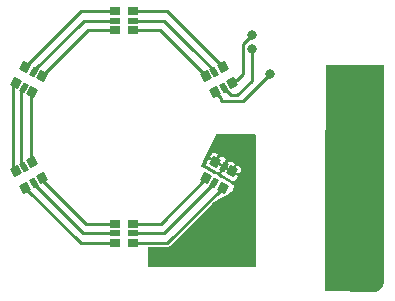
<source format=gbr>
%TF.GenerationSoftware,KiCad,Pcbnew,7.0.2.1-36-g582732918d-dirty-deb11*%
%TF.CreationDate,2023-05-26T13:12:15+00:00*%
%TF.ProjectId,pedalboard-led-ring,70656461-6c62-46f6-9172-642d6c65642d,rev?*%
%TF.SameCoordinates,Original*%
%TF.FileFunction,Copper,L1,Top*%
%TF.FilePolarity,Positive*%
%FSLAX46Y46*%
G04 Gerber Fmt 4.6, Leading zero omitted, Abs format (unit mm)*
G04 Created by KiCad (PCBNEW 7.0.2.1-36-g582732918d-dirty-deb11) date 2023-05-26 13:12:15*
%MOMM*%
%LPD*%
G01*
G04 APERTURE LIST*
G04 Aperture macros list*
%AMRotRect*
0 Rectangle, with rotation*
0 The origin of the aperture is its center*
0 $1 length*
0 $2 width*
0 $3 Rotation angle, in degrees counterclockwise*
0 Add horizontal line*
21,1,$1,$2,0,0,$3*%
G04 Aperture macros list end*
%TA.AperFunction,SMDPad,CuDef*%
%ADD10RotRect,0.830000X0.750000X300.000000*%
%TD*%
%TA.AperFunction,SMDPad,CuDef*%
%ADD11RotRect,0.830000X0.500000X300.000000*%
%TD*%
%TA.AperFunction,SMDPad,CuDef*%
%ADD12R,0.830000X0.750000*%
%TD*%
%TA.AperFunction,SMDPad,CuDef*%
%ADD13R,0.830000X0.500000*%
%TD*%
%TA.AperFunction,SMDPad,CuDef*%
%ADD14RotRect,0.830000X0.750000X120.000000*%
%TD*%
%TA.AperFunction,SMDPad,CuDef*%
%ADD15RotRect,0.830000X0.500000X120.000000*%
%TD*%
%TA.AperFunction,SMDPad,CuDef*%
%ADD16RotRect,0.830000X0.750000X60.000000*%
%TD*%
%TA.AperFunction,SMDPad,CuDef*%
%ADD17RotRect,0.830000X0.500000X60.000000*%
%TD*%
%TA.AperFunction,SMDPad,CuDef*%
%ADD18RotRect,0.830000X0.750000X240.000000*%
%TD*%
%TA.AperFunction,SMDPad,CuDef*%
%ADD19RotRect,0.830000X0.500000X240.000000*%
%TD*%
%TA.AperFunction,ViaPad*%
%ADD20C,0.800000*%
%TD*%
%TA.AperFunction,Conductor*%
%ADD21C,0.250000*%
%TD*%
G04 APERTURE END LIST*
D10*
%TO.P,D6,1,AG*%
%TO.N,Net-(D5-KG)*%
X88352150Y-54888340D03*
D11*
%TO.P,D6,2,AR*%
%TO.N,Net-(D5-KR)*%
X87655000Y-55290840D03*
D10*
%TO.P,D6,3,AB*%
%TO.N,Net-(D5-KB)*%
X86957850Y-55693340D03*
%TO.P,D6,4,KB*%
%TO.N,Net-(D6-KB)*%
X87747850Y-57061660D03*
D11*
%TO.P,D6,5,KR*%
%TO.N,Net-(D6-KR)*%
X88445000Y-56659160D03*
D10*
%TO.P,D6,6,KG*%
%TO.N,Net-(D6-KG)*%
X89142150Y-56256660D03*
%TD*%
D12*
%TO.P,D2,1,AG*%
%TO.N,Net-(D1-KG)*%
X80790000Y-69805000D03*
D13*
%TO.P,D2,2,AR*%
%TO.N,Net-(D1-KR)*%
X80790000Y-69000000D03*
D12*
%TO.P,D2,3,AB*%
%TO.N,Net-(D1-KB)*%
X80790000Y-68195000D03*
%TO.P,D2,4,KB*%
%TO.N,Net-(D2-KB)*%
X79210000Y-68195000D03*
D13*
%TO.P,D2,5,KR*%
%TO.N,Net-(D2-KR)*%
X79210000Y-69000000D03*
D12*
%TO.P,D2,6,KG*%
%TO.N,Net-(D2-KG)*%
X79210000Y-69805000D03*
%TD*%
%TO.P,D5,1,AG*%
%TO.N,Net-(D4-KG)*%
X79210000Y-50195000D03*
D13*
%TO.P,D5,2,AR*%
%TO.N,Net-(D4-KR)*%
X79210000Y-51000000D03*
D12*
%TO.P,D5,3,AB*%
%TO.N,Net-(D4-KB)*%
X79210000Y-51805000D03*
%TO.P,D5,4,KB*%
%TO.N,Net-(D5-KB)*%
X80790000Y-51805000D03*
D13*
%TO.P,D5,5,KR*%
%TO.N,Net-(D5-KR)*%
X80790000Y-51000000D03*
D12*
%TO.P,D5,6,KG*%
%TO.N,Net-(D5-KG)*%
X80790000Y-50195000D03*
%TD*%
D14*
%TO.P,D3,1,AG*%
%TO.N,Net-(D2-KG)*%
X71647850Y-65111660D03*
D15*
%TO.P,D3,2,AR*%
%TO.N,Net-(D2-KR)*%
X72345000Y-64709160D03*
D14*
%TO.P,D3,3,AB*%
%TO.N,Net-(D2-KB)*%
X73042150Y-64306660D03*
%TO.P,D3,4,KB*%
%TO.N,Net-(D3-KB)*%
X72252150Y-62938340D03*
D15*
%TO.P,D3,5,KR*%
%TO.N,Net-(D3-KR)*%
X71555000Y-63340840D03*
D14*
%TO.P,D3,6,KG*%
%TO.N,Net-(D3-KG)*%
X70857850Y-63743340D03*
%TD*%
D16*
%TO.P,D4,1,AG*%
%TO.N,Net-(D3-KG)*%
X70857850Y-56256660D03*
D17*
%TO.P,D4,2,AR*%
%TO.N,Net-(D3-KR)*%
X71555000Y-56659160D03*
D16*
%TO.P,D4,3,AB*%
%TO.N,Net-(D3-KB)*%
X72252150Y-57061660D03*
%TO.P,D4,4,KB*%
%TO.N,Net-(D4-KB)*%
X73042150Y-55693340D03*
D17*
%TO.P,D4,5,KR*%
%TO.N,Net-(D4-KR)*%
X72345000Y-55290840D03*
D16*
%TO.P,D4,6,KG*%
%TO.N,Net-(D4-KG)*%
X71647850Y-54888340D03*
%TD*%
D18*
%TO.P,D1,1,AG*%
%TO.N,VDC*%
X89142150Y-63743340D03*
D19*
%TO.P,D1,2,AR*%
X88445000Y-63340840D03*
D18*
%TO.P,D1,3,AB*%
X87747850Y-62938340D03*
%TO.P,D1,4,KB*%
%TO.N,Net-(D1-KB)*%
X86957850Y-64306660D03*
D19*
%TO.P,D1,5,KR*%
%TO.N,Net-(D1-KR)*%
X87655000Y-64709160D03*
D18*
%TO.P,D1,6,KG*%
%TO.N,Net-(D1-KG)*%
X88352150Y-65111660D03*
%TD*%
D20*
%TO.N,VDC*%
X89500000Y-61400000D03*
X90500000Y-61400000D03*
X82700000Y-71100000D03*
%TO.N,VCC*%
X98140000Y-72540000D03*
X99200000Y-55200000D03*
%TO.N,Net-(D6-KB)*%
X92400000Y-55500000D03*
%TO.N,Net-(D6-KR)*%
X90800000Y-53400000D03*
%TO.N,Net-(D6-KG)*%
X90800000Y-52200000D03*
%TD*%
D21*
%TO.N,Net-(D1-KB)*%
X83105000Y-68195000D02*
X80790000Y-68195000D01*
X86957850Y-64306660D02*
X86957850Y-64342150D01*
X86957850Y-64342150D02*
X83105000Y-68195000D01*
%TO.N,Net-(D1-KR)*%
X87655000Y-64745000D02*
X83400000Y-69000000D01*
X87655000Y-64709160D02*
X87655000Y-64745000D01*
X83400000Y-69000000D02*
X80790000Y-69000000D01*
%TO.N,Net-(D1-KG)*%
X88352150Y-65111660D02*
X83658810Y-69805000D01*
X83658810Y-69805000D02*
X80790000Y-69805000D01*
%TO.N,Net-(D2-KB)*%
X76795000Y-68195000D02*
X73042150Y-64442150D01*
X79210000Y-68195000D02*
X76795000Y-68195000D01*
X73042150Y-64442150D02*
X73042150Y-64306660D01*
%TO.N,Net-(D2-KR)*%
X76500000Y-69000000D02*
X72345000Y-64845000D01*
X72345000Y-64845000D02*
X72345000Y-64709160D01*
X79210000Y-69000000D02*
X76500000Y-69000000D01*
%TO.N,Net-(D2-KG)*%
X79210000Y-69805000D02*
X76341190Y-69805000D01*
X76341190Y-69805000D02*
X71647850Y-65111660D01*
%TO.N,Net-(D3-KB)*%
X72252150Y-62938340D02*
X72100000Y-62786190D01*
X72100000Y-57213810D02*
X72252150Y-57061660D01*
X72100000Y-62786190D02*
X72100000Y-57213810D01*
%TO.N,Net-(D3-KR)*%
X71300000Y-63085840D02*
X71300000Y-56914160D01*
X71555000Y-63340840D02*
X71300000Y-63085840D01*
X71300000Y-56914160D02*
X71555000Y-56659160D01*
%TO.N,Net-(D3-KG)*%
X70857850Y-63743340D02*
X70600000Y-63485490D01*
X70600000Y-63485490D02*
X70600000Y-56514510D01*
X70600000Y-56514510D02*
X70857850Y-56256660D01*
%TO.N,Net-(D4-KB)*%
X76930490Y-51805000D02*
X79210000Y-51805000D01*
X73042150Y-55693340D02*
X76930490Y-51805000D01*
%TO.N,Net-(D4-KR)*%
X76611709Y-51000000D02*
X72332934Y-55278775D01*
X79210000Y-51000000D02*
X76611709Y-51000000D01*
%TO.N,Net-(D4-KG)*%
X79210000Y-50195000D02*
X76341190Y-50195000D01*
X76341190Y-50195000D02*
X71647850Y-54888340D01*
%TO.N,Net-(D5-KB)*%
X80790000Y-51805000D02*
X83069510Y-51805000D01*
X83069510Y-51805000D02*
X86957850Y-55693340D01*
%TO.N,Net-(D5-KR)*%
X85600000Y-53200000D02*
X85600000Y-53211709D01*
X83400000Y-51000000D02*
X85600000Y-53200000D01*
X80790000Y-51000000D02*
X83400000Y-51000000D01*
X85600000Y-53211709D02*
X87667066Y-55278775D01*
%TO.N,Net-(D5-KG)*%
X83658810Y-50195000D02*
X88352150Y-54888340D01*
X80790000Y-50195000D02*
X83658810Y-50195000D01*
%TO.N,Net-(D6-KB)*%
X87747850Y-57061660D02*
X88250000Y-57563810D01*
X88300000Y-57800000D02*
X88250000Y-57750000D01*
X88250000Y-57563810D02*
X88250000Y-57750000D01*
X92400000Y-55500000D02*
X90100000Y-57800000D01*
X90100000Y-57800000D02*
X88300000Y-57800000D01*
%TO.N,Net-(D6-KR)*%
X90800000Y-53400000D02*
X90800000Y-56100000D01*
X90800000Y-56100000D02*
X89600000Y-57300000D01*
X89061709Y-57300000D02*
X88432934Y-56671225D01*
X89600000Y-57300000D02*
X89061709Y-57300000D01*
%TO.N,Net-(D6-KG)*%
X90100000Y-55500000D02*
X90075000Y-55475000D01*
X89600000Y-56000000D02*
X90100000Y-55500000D01*
X89398810Y-56000000D02*
X89600000Y-56000000D01*
X90075000Y-55475000D02*
X90075000Y-52925000D01*
X90075000Y-52925000D02*
X90800000Y-52200000D01*
X89142150Y-56256660D02*
X89398810Y-56000000D01*
%TD*%
%TA.AperFunction,Conductor*%
%TO.N,VDC*%
G36*
X91143039Y-60619685D02*
G01*
X91188794Y-60672489D01*
X91200000Y-60724000D01*
X91200000Y-65500000D01*
X89200000Y-65400000D01*
X89300000Y-64900000D01*
X89299999Y-64899999D01*
X89078348Y-64773341D01*
X89058110Y-64758907D01*
X89031027Y-64735156D01*
X88338771Y-64335482D01*
X88299057Y-64322001D01*
X88257157Y-64297810D01*
X88225625Y-64270157D01*
X87749874Y-63995482D01*
X87710160Y-63982001D01*
X87705390Y-63979247D01*
X88220753Y-63979247D01*
X88350329Y-64054058D01*
X88390091Y-64067555D01*
X88431994Y-64091748D01*
X88463565Y-64119435D01*
X89155733Y-64519058D01*
X89226139Y-64542958D01*
X89325381Y-64536453D01*
X89414582Y-64492463D01*
X89463606Y-64436563D01*
X89620915Y-64164092D01*
X89620915Y-64164091D01*
X89187903Y-63914093D01*
X88812902Y-63697586D01*
X89312902Y-63697586D01*
X89745915Y-63947585D01*
X89745916Y-63947585D01*
X89903227Y-63675115D01*
X89927127Y-63604709D01*
X89920622Y-63505467D01*
X89876633Y-63416267D01*
X89820734Y-63367245D01*
X89582902Y-63229932D01*
X89582901Y-63229932D01*
X89312902Y-63697585D01*
X89312902Y-63697586D01*
X88812902Y-63697586D01*
X88490752Y-63511593D01*
X88490751Y-63511593D01*
X88220753Y-63979246D01*
X88220753Y-63979247D01*
X87705390Y-63979247D01*
X87668260Y-63957810D01*
X87636728Y-63930157D01*
X86944470Y-63530481D01*
X86854465Y-63499929D01*
X86832802Y-63490172D01*
X86600335Y-63357334D01*
X86551895Y-63306982D01*
X86538366Y-63238435D01*
X86550132Y-63195879D01*
X86559602Y-63176212D01*
X86607386Y-63076969D01*
X86962872Y-63076969D01*
X86969377Y-63176212D01*
X87013366Y-63265412D01*
X87069265Y-63314434D01*
X87761435Y-63714059D01*
X87801196Y-63727556D01*
X87843097Y-63751747D01*
X87874669Y-63779435D01*
X88004246Y-63854246D01*
X88004247Y-63854246D01*
X88274246Y-63386592D01*
X88274246Y-63386591D01*
X88113894Y-63294012D01*
X88613889Y-63294012D01*
X89096395Y-63572586D01*
X89096396Y-63572586D01*
X89366395Y-63104932D01*
X89366395Y-63104931D01*
X89128567Y-62967622D01*
X89088799Y-62954122D01*
X89046902Y-62929932D01*
X89015329Y-62902244D01*
X88885752Y-62827432D01*
X88885751Y-62827432D01*
X88651547Y-63233087D01*
X88622322Y-63260952D01*
X88622706Y-63268995D01*
X88621976Y-63271854D01*
X88619977Y-63279315D01*
X88613889Y-63294012D01*
X88113894Y-63294012D01*
X87793603Y-63109093D01*
X87418601Y-62892586D01*
X87918602Y-62892586D01*
X88399246Y-63170085D01*
X88404281Y-63168736D01*
X88419259Y-63154453D01*
X88419114Y-63153440D01*
X88434465Y-63109087D01*
X88669245Y-62702432D01*
X88669245Y-62702431D01*
X88539671Y-62627622D01*
X88499903Y-62614122D01*
X88458005Y-62589931D01*
X88426434Y-62562244D01*
X88188602Y-62424932D01*
X88188601Y-62424932D01*
X87918602Y-62892585D01*
X87918602Y-62892586D01*
X87418601Y-62892586D01*
X87144083Y-62734093D01*
X87144082Y-62734093D01*
X86986771Y-63006566D01*
X86962872Y-63076969D01*
X86607386Y-63076969D01*
X86876718Y-62517587D01*
X87269083Y-62517587D01*
X87702095Y-62767586D01*
X87702096Y-62767586D01*
X87972095Y-62299932D01*
X87972095Y-62299931D01*
X87734264Y-62162620D01*
X87663861Y-62138721D01*
X87564618Y-62145226D01*
X87475418Y-62189215D01*
X87426396Y-62245114D01*
X87269083Y-62517586D01*
X87269083Y-62517587D01*
X86876718Y-62517587D01*
X86937866Y-62390586D01*
X86940618Y-62391911D01*
X86941096Y-62390283D01*
X86938592Y-62389077D01*
X87435155Y-61357754D01*
X87766197Y-60670207D01*
X87813015Y-60618344D01*
X87877921Y-60600000D01*
X91076000Y-60600000D01*
X91143039Y-60619685D01*
G37*
%TD.AperFunction*%
%TD*%
%TA.AperFunction,Conductor*%
%TO.N,VCC*%
G36*
X101942539Y-54719685D02*
G01*
X101988294Y-54772489D01*
X101999500Y-54824000D01*
X101999500Y-72994583D01*
X101999028Y-73005393D01*
X101995523Y-73045445D01*
X101983082Y-73171764D01*
X101979455Y-73191696D01*
X101962123Y-73256382D01*
X101961008Y-73260285D01*
X101933319Y-73351562D01*
X101927041Y-73367971D01*
X101896328Y-73433835D01*
X101893304Y-73439884D01*
X101850990Y-73519046D01*
X101843207Y-73531715D01*
X101800373Y-73592889D01*
X101794652Y-73600430D01*
X101738826Y-73668455D01*
X101730653Y-73677472D01*
X101677472Y-73730653D01*
X101668455Y-73738826D01*
X101600430Y-73794652D01*
X101592889Y-73800373D01*
X101531715Y-73843207D01*
X101519046Y-73850990D01*
X101439884Y-73893304D01*
X101433835Y-73896328D01*
X101367971Y-73927041D01*
X101351561Y-73933320D01*
X101260285Y-73961008D01*
X101256383Y-73962122D01*
X101193479Y-73978977D01*
X101158907Y-73983177D01*
X97122155Y-73902443D01*
X97055522Y-73881422D01*
X97010832Y-73827714D01*
X97000636Y-73777822D01*
X97001005Y-73707107D01*
X97042403Y-65758623D01*
X97099358Y-54823354D01*
X97119391Y-54756418D01*
X97172433Y-54710939D01*
X97223356Y-54700000D01*
X101875500Y-54700000D01*
X101942539Y-54719685D01*
G37*
%TD.AperFunction*%
%TD*%
%TA.AperFunction,Conductor*%
%TO.N,VDC*%
G36*
X91200000Y-65500000D02*
G01*
X91200000Y-71701000D01*
X91181093Y-71759191D01*
X91131593Y-71795155D01*
X91101000Y-71800000D01*
X82099000Y-71800000D01*
X82040809Y-71781093D01*
X82004845Y-71731593D01*
X82000000Y-71701000D01*
X82000000Y-70229500D01*
X82018907Y-70171309D01*
X82068407Y-70135345D01*
X82099000Y-70130500D01*
X83640276Y-70130500D01*
X83648903Y-70130876D01*
X83662167Y-70132037D01*
X83687615Y-70134264D01*
X83687615Y-70134263D01*
X83687617Y-70134264D01*
X83725169Y-70124201D01*
X83733587Y-70122335D01*
X83771855Y-70115588D01*
X83773156Y-70114836D01*
X83797042Y-70104942D01*
X83798494Y-70104554D01*
X83830339Y-70082254D01*
X83837595Y-70077632D01*
X83871265Y-70058194D01*
X83896252Y-70028414D01*
X83902064Y-70022070D01*
X87453741Y-66470393D01*
X87472103Y-66455936D01*
X88424738Y-65873770D01*
X88469881Y-65859459D01*
X88522319Y-65856022D01*
X88593858Y-65820744D01*
X88633174Y-65775913D01*
X88646905Y-65752129D01*
X88681016Y-65717156D01*
X89008795Y-65516847D01*
X89199999Y-65400001D01*
X89199999Y-65400000D01*
X89200000Y-65400000D01*
X91200000Y-65500000D01*
G37*
%TD.AperFunction*%
%TD*%
M02*

</source>
